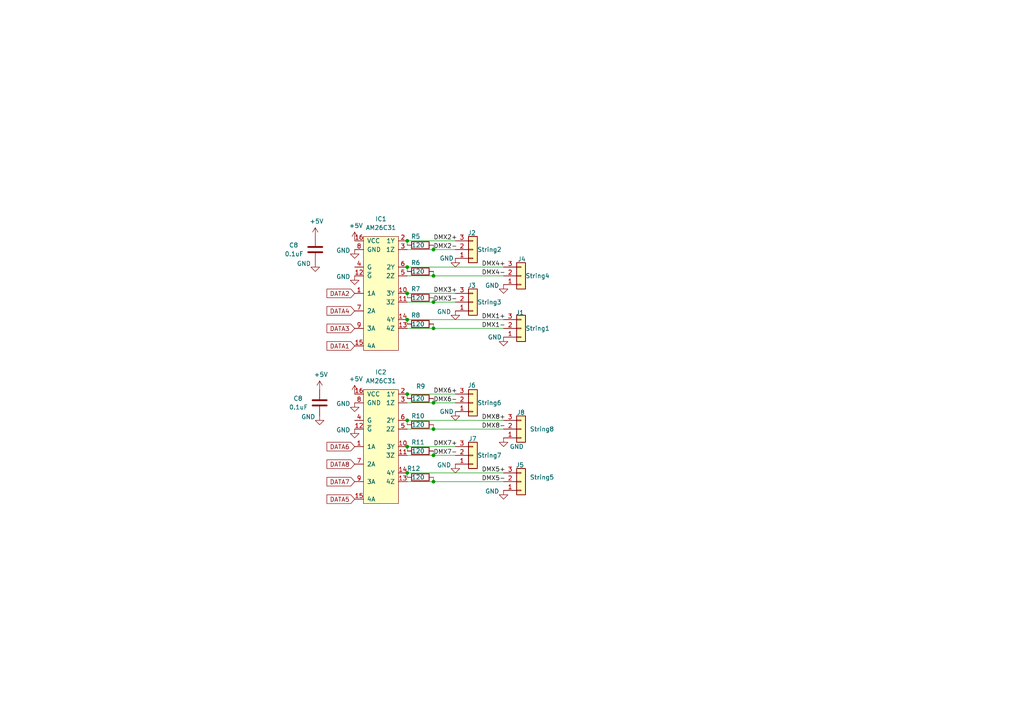
<source format=kicad_sch>
(kicad_sch (version 20230121) (generator eeschema)
  (paper "A4")
  (title_block (title "PB 8 DMX") (date "2023-09-24") (rev "v1") (company "Scott Hanson"))
  (lib_symbols
    (symbol "BBB_16-rescue:R-Device" (pin_numbers hide) (pin_names (offset 0))
      (property "Reference" "R" (at 2.032 0 90))
      (property "Value" "R-Device" (at 0 0 90))
      (symbol "R-Device_0_1"
        (rectangle (start -1.016 -2.54) (end 1.016 2.54) (stroke (width 0.254)))
      )
      (symbol "R-Device_1_1"
        (pin passive line (at 0 3.81 270) (length 1.27) (name "~") (number "1"))
        (pin passive line (at 0 -3.81 90) (length 1.27) (name "~") (number "2"))
      )
    )
    (symbol "Connector_Generic:Conn_01x03" (pin_names (offset 1.016) hide)
      (property "Reference" "J" (at 0 5.08 0))
      (property "Value" "Conn_01x03" (at 0 -5.08 0))
      (symbol "Conn_01x03_1_1"
        (rectangle (start -1.27 -2.413) (end 0 -2.667) (stroke (width 0.1524)))
        (rectangle (start -1.27 0.127) (end 0 -0.127) (stroke (width 0.1524)))
        (rectangle (start -1.27 2.667) (end 0 2.413) (stroke (width 0.1524)))
        (rectangle (start -1.27 3.81) (end 1.27 -3.81) (stroke (width 0.254)) (fill (type background)))
        (pin passive line (at -5.08 2.54 0) (length 3.81) (name "Pin_1") (number "1"))
        (pin passive line (at -5.08 0 0) (length 3.81) (name "Pin_2") (number "2"))
        (pin passive line (at -5.08 -2.54 0) (length 3.81) (name "Pin_3") (number "3"))
      )
    )
    (symbol "Device:C" (pin_numbers hide) (pin_names (offset 0.254))
      (property "Reference" "C" (at 0.635 2.54 0))
      (property "Value" "C" (at 0.635 -2.54 0))
      (symbol "C_0_1"
        (polyline (pts (xy -2.032 -0.762) (xy 2.032 -0.762)) (stroke (width 0.508)))
        (polyline (pts (xy -2.032 0.762) (xy 2.032 0.762)) (stroke (width 0.508)))
      )
      (symbol "C_1_1"
        (pin passive line (at 0 3.81 270) (length 2.794) (name "~") (number "1"))
        (pin passive line (at 0 -3.81 90) (length 2.794) (name "~") (number "2"))
      )
    )
    (symbol "Scotts:AM26C31" (pin_names (offset 1.016))
      (property "Reference" "IC" (at -5.08 17.78 0))
      (property "Value" "AM26C31" (at -5.08 -17.78 0))
      (symbol "AM26C31_0_0"
        (pin input line (at -7.62 0 0) (length 2.54) (name "1A") (number "1"))
        (pin output line (at 7.62 0 180) (length 2.54) (name "3Y") (number "10"))
        (pin output line (at 7.62 -2.54 180) (length 2.54) (name "3Z") (number "11"))
        (pin input line (at -7.62 5.08 0) (length 2.54) (name "~{G}") (number "12"))
        (pin output line (at 7.62 -10.16 180) (length 2.54) (name "4Z") (number "13"))
        (pin output line (at 7.62 -7.62 180) (length 2.54) (name "4Y") (number "14"))
        (pin input line (at -7.62 -15.24 0) (length 2.54) (name "4A") (number "15"))
        (pin power_in line (at -7.62 15.24 0) (length 2.54) (name "VCC") (number "16"))
        (pin output line (at 7.62 15.24 180) (length 2.54) (name "1Y") (number "2"))
        (pin output line (at 7.62 12.7 180) (length 2.54) (name "1Z") (number "3"))
        (pin input line (at -7.62 7.62 0) (length 2.54) (name "G") (number "4"))
        (pin output line (at 7.62 5.08 180) (length 2.54) (name "2Z") (number "5"))
        (pin output line (at 7.62 7.62 180) (length 2.54) (name "2Y") (number "6"))
        (pin input line (at -7.62 -5.08 0) (length 2.54) (name "2A") (number "7"))
        (pin power_in line (at -7.62 12.7 0) (length 2.54) (name "GND") (number "8"))
        (pin input line (at -7.62 -10.16 0) (length 2.54) (name "3A") (number "9"))
      )
      (symbol "AM26C31_0_1"
        (rectangle (start -5.08 16.51) (end 5.08 -16.51) (fill (type background)))
      )
    )
    (symbol "power:+5V" (power) (pin_names (offset 0))
      (property "Value" "+5V" (at 0 3.556 0))
      (symbol "+5V_0_1"
        (polyline (pts (xy -0.762 1.27) (xy 0 2.54)))
        (polyline (pts (xy 0 0) (xy 0 2.54)))
        (polyline (pts (xy 0 2.54) (xy 0.762 1.27)))
      )
      (symbol "+5V_1_1"
        (pin power_in line (at 0 0 90) (length 0) hide (name "+5V") (number "1"))
      )
    )
    (symbol "power:GND" (power) (pin_names (offset 0))
      (property "Value" "GND" (at 0 -3.81 0))
      (symbol "GND_0_1"
        (polyline (pts (xy 0 0) (xy 0 -1.27) (xy 1.27 -1.27) (xy 0 -2.54) (xy -1.27 -1.27) (xy 0 -1.27)))
      )
      (symbol "GND_1_1"
        (pin power_in line (at 0 0 270) (length 0) hide (name "GND") (number "1"))
      )
    )
  )
  (junction (at 125.73 124.46))
  (junction (at 118.11 92.71))
  (junction (at 118.11 121.92))
  (junction (at 125.73 139.7))
  (junction (at 125.73 72.39))
  (junction (at 118.11 85.09))
  (junction (at 125.73 116.84))
  (junction (at 118.11 137.16))
  (junction (at 118.11 77.47))
  (junction (at 125.73 87.63))
  (junction (at 125.73 132.08))
  (junction (at 118.11 114.3))
  (junction (at 125.73 95.25))
  (junction (at 118.11 129.54))
  (junction (at 125.73 80.01))
  (junction (at 118.11 69.85))
  (wire (pts (xy 118.11 137.16) (xy 118.11 138.43)))
  (wire (pts (xy 125.73 78.74) (xy 125.73 80.01)))
  (wire (pts (xy 125.73 72.39) (xy 132.08 72.39)))
  (wire (pts (xy 125.73 132.08) (xy 132.08 132.08)))
  (wire (pts (xy 118.11 137.16) (xy 146.05 137.16)))
  (wire (pts (xy 125.73 139.7) (xy 146.05 139.7)))
  (wire (pts (xy 118.11 129.54) (xy 132.08 129.54)))
  (wire (pts (xy 125.73 123.19) (xy 125.73 124.46)))
  (wire (pts (xy 118.11 85.09) (xy 118.11 86.36)))
  (wire (pts (xy 118.11 72.39) (xy 125.73 72.39)))
  (wire (pts (xy 125.73 87.63) (xy 132.08 87.63)))
  (wire (pts (xy 118.11 129.54) (xy 118.11 130.81)))
  (wire (pts (xy 118.11 69.85) (xy 118.11 71.12)))
  (wire (pts (xy 125.73 116.84) (xy 132.08 116.84)))
  (wire (pts (xy 118.11 114.3) (xy 118.11 115.57)))
  (wire (pts (xy 118.11 77.47) (xy 146.05 77.47)))
  (wire (pts (xy 118.11 124.46) (xy 125.73 124.46)))
  (wire (pts (xy 118.11 95.25) (xy 125.73 95.25)))
  (wire (pts (xy 118.11 114.3) (xy 132.08 114.3)))
  (wire (pts (xy 118.11 85.09) (xy 132.08 85.09)))
  (wire (pts (xy 118.11 132.08) (xy 125.73 132.08)))
  (wire (pts (xy 125.73 93.98) (xy 125.73 95.25)))
  (wire (pts (xy 125.73 95.25) (xy 146.05 95.25)))
  (wire (pts (xy 118.11 69.85) (xy 132.08 69.85)))
  (wire (pts (xy 118.11 77.47) (xy 118.11 78.74)))
  (wire (pts (xy 125.73 71.12) (xy 125.73 72.39)))
  (wire (pts (xy 118.11 121.92) (xy 118.11 123.19)))
  (wire (pts (xy 118.11 80.01) (xy 125.73 80.01)))
  (wire (pts (xy 118.11 92.71) (xy 118.11 93.98)))
  (wire (pts (xy 125.73 138.43) (xy 125.73 139.7)))
  (wire (pts (xy 125.73 80.01) (xy 146.05 80.01)))
  (wire (pts (xy 118.11 121.92) (xy 146.05 121.92)))
  (wire (pts (xy 118.11 87.63) (xy 125.73 87.63)))
  (wire (pts (xy 118.11 92.71) (xy 146.05 92.71)))
  (wire (pts (xy 118.11 116.84) (xy 125.73 116.84)))
  (wire (pts (xy 125.73 130.81) (xy 125.73 132.08)))
  (wire (pts (xy 125.73 124.46) (xy 146.05 124.46)))
  (wire (pts (xy 118.11 139.7) (xy 125.73 139.7)))
  (wire (pts (xy 125.73 86.36) (xy 125.73 87.63)))
  (wire (pts (xy 125.73 115.57) (xy 125.73 116.84)))
  (label "DMX5-" (at 139.7 139.7 0))
  (label "DMX3+" (at 125.73 85.09 0))
  (label "DMX1-" (at 139.7 95.25 0))
  (label "DMX6+" (at 125.73 114.3 0))
  (label "DMX2-" (at 125.73 72.39 0))
  (label "DMX7+" (at 125.73 129.54 0))
  (label "DMX8-" (at 139.7 124.46 0))
  (label "DMX3-" (at 125.73 87.63 0))
  (label "DMX1+" (at 139.7 92.71 0))
  (label "DMX4+" (at 139.7 77.47 0))
  (label "DMX6-" (at 125.73 116.84 0))
  (label "DMX4-" (at 139.7 80.01 0))
  (label "DMX5+" (at 139.7 137.16 0))
  (label "DMX2+" (at 125.73 69.85 0))
  (label "DMX8+" (at 139.7 121.92 0))
  (label "DMX7-" (at 125.73 132.08 0))
  (global_label "DATA6" (shape input) (at 102.87 129.54 180) (property "Intersheetrefs" "${INTERSHEET_REFS}" (effects hide)))
  (global_label "DATA3" (shape input) (at 102.87 95.25 180) (property "Intersheetrefs" "${INTERSHEET_REFS}" (effects hide)))
  (global_label "DATA5" (shape input) (at 102.87 144.78 180) (property "Intersheetrefs" "${INTERSHEET_REFS}" (effects hide)))
  (global_label "DATA4" (shape input) (at 102.87 90.17 180) (property "Intersheetrefs" "${INTERSHEET_REFS}" (effects hide)))
  (global_label "DATA7" (shape input) (at 102.87 139.7 180) (property "Intersheetrefs" "${INTERSHEET_REFS}" (effects hide)))
  (global_label "DATA2" (shape input) (at 102.87 85.09 180) (property "Intersheetrefs" "${INTERSHEET_REFS}" (effects hide)))
  (global_label "DATA1" (shape input) (at 102.87 100.33 180) (property "Intersheetrefs" "${INTERSHEET_REFS}" (effects hide)))
  (global_label "DATA8" (shape input) (at 102.87 134.62 180) (property "Intersheetrefs" "${INTERSHEET_REFS}" (effects hide)))
  (symbol (lib_id "Connector_Generic:Conn_01x03") (at 151.13 95.25 0) (mirror x) (unit 1)
    (property "Reference" "J1" (at 149.606 90.678 0) (effects (justify left)))
    (property "Value" "String1" (at 152.4 95.25 0) (effects (justify left)))
    (property "Footprint" "Connector_Phoenix_MC:PhoenixContact_MCV_1,5_3-G-3.5_1x03_P3.50mm_Vertical" (effects hide))
    (property "Digi-Key_PN" "277-5737-ND/ED10555-ND" (effects hide))
    (property "MPN" "1843619/OSTTJ0311530" (effects hide))
  )
  (symbol (lib_id "Connector_Generic:Conn_01x03") (at 137.16 72.39 0) (mirror x) (unit 1)
    (property "Reference" "J2" (at 135.636 67.564 0) (effects (justify left)))
    (property "Value" "String2" (at 138.43 72.39 0) (effects (justify left)))
    (property "Footprint" "Connector_Phoenix_MC:PhoenixContact_MCV_1,5_3-G-3.5_1x03_P3.50mm_Vertical" (effects hide))
    (property "Digi-Key_PN" "277-5737-ND/ED10555-ND" (effects hide))
    (property "MPN" "1843619/OSTTJ0311530" (effects hide))
  )
  (symbol (lib_id "Connector_Generic:Conn_01x03") (at 137.16 87.63 0) (mirror x) (unit 1)
    (property "Reference" "J3" (at 135.636 82.804 0) (effects (justify left)))
    (property "Value" "String3" (at 138.43 87.63 0) (effects (justify left)))
    (property "Footprint" "Connector_Phoenix_MC:PhoenixContact_MCV_1,5_3-G-3.5_1x03_P3.50mm_Vertical" (effects hide))
    (property "Digi-Key_PN" "277-5737-ND/ED10555-ND" (effects hide))
    (property "MPN" "1843619/OSTTJ0311530" (effects hide))
  )
  (symbol (lib_id "Connector_Generic:Conn_01x03") (at 151.13 80.01 0) (mirror x) (unit 1)
    (property "Reference" "J4" (at 150.114 75.184 0) (effects (justify left)))
    (property "Value" "String4" (at 152.4 80.01 0) (effects (justify left)))
    (property "Footprint" "Connector_Phoenix_MC:PhoenixContact_MCV_1,5_3-G-3.5_1x03_P3.50mm_Vertical" (effects hide))
    (property "Digi-Key_PN" "277-5737-ND/ED10555-ND" (effects hide))
    (property "MPN" "1843619/OSTTJ0311530" (effects hide))
  )
  (symbol (lib_id "Connector_Generic:Conn_01x03") (at 151.13 139.7 0) (mirror x) (unit 1)
    (property "Reference" "J5" (at 149.606 134.874 0) (effects (justify left)))
    (property "Value" "String5" (at 153.67 138.43 0) (effects (justify left)))
    (property "Footprint" "Connector_Phoenix_MC:PhoenixContact_MCV_1,5_3-G-3.5_1x03_P3.50mm_Vertical" (effects hide))
    (property "Digi-Key_PN" "277-5737-ND/ED10555-ND" (effects hide))
    (property "MPN" "1843619/OSTTJ0311530" (effects hide))
  )
  (symbol (lib_id "Connector_Generic:Conn_01x03") (at 137.16 116.84 0) (mirror x) (unit 1)
    (property "Reference" "J6" (at 135.636 111.76 0) (effects (justify left)))
    (property "Value" "String6" (at 138.43 116.84 0) (effects (justify left)))
    (property "Footprint" "Connector_Phoenix_MC:PhoenixContact_MCV_1,5_3-G-3.5_1x03_P3.50mm_Vertical" (effects hide))
    (property "Digi-Key_PN" "277-5737-ND/ED10555-ND" (effects hide))
    (property "MPN" "1843619/OSTTJ0311530" (effects hide))
  )
  (symbol (lib_id "Connector_Generic:Conn_01x03") (at 137.16 132.08 0) (mirror x) (unit 1)
    (property "Reference" "J7" (at 135.89 127.254 0) (effects (justify left)))
    (property "Value" "String7" (at 138.43 132.08 0) (effects (justify left)))
    (property "Footprint" "Connector_Phoenix_MC:PhoenixContact_MCV_1,5_3-G-3.5_1x03_P3.50mm_Vertical" (effects hide))
    (property "Digi-Key_PN" "277-5737-ND/ED10555-ND" (effects hide))
    (property "MPN" "1843619/OSTTJ0311530" (effects hide))
  )
  (symbol (lib_id "Connector_Generic:Conn_01x03") (at 151.13 124.46 0) (mirror x) (unit 1)
    (property "Reference" "J8" (at 149.86 119.634 0) (effects (justify left)))
    (property "Value" "String8" (at 153.67 124.46 0) (effects (justify left)))
    (property "Footprint" "Connector_Phoenix_MC:PhoenixContact_MCV_1,5_3-G-3.5_1x03_P3.50mm_Vertical" (effects hide))
    (property "Digi-Key_PN" "277-5737-ND/ED10555-ND" (effects hide))
    (property "MPN" "1843619/OSTTJ0311530" (effects hide))
  )
  (symbol (lib_id "power:GND") (at 146.05 127 0) (unit 1)
    (property "Reference" "#PWR056" (effects hide))
    (property "Value" "GND" (at 149.86 129.54 0))
  )
  (symbol (lib_id "Device:C") (at 91.44 72.39 0) (unit 1)
    (property "Reference" "C8" (at 83.82 71.12 0) (effects (justify left)))
    (property "Value" "0.1uF" (at 82.55 73.66 0) (effects (justify left)))
    (property "Footprint" "Capacitor_THT:C_Rect_L7.0mm_W2.0mm_P5.00mm" (effects hide))
    (property "Digi-Key_PN" "478-7336-1-ND" (effects hide))
    (property "MPN" "SR215C104KARTR1" (effects hide))
    (instances (project "PB_8_DMX" (path "" (reference "C8") (unit 1)) (path "" (reference "C6") (unit 1))))
  )
  (symbol (lib_id "power:GND") (at 102.87 116.84 0) (unit 1)
    (property "Reference" "#PWR056" (effects hide))
    (property "Value" "GND" (at 99.568 117.094 0))
    (instances (project "PB_8_DMX" (path "" (reference "#PWR056") (unit 1)) (path "" (reference "#PWR048") (unit 1))))
  )
  (symbol (lib_id "power:GND") (at 102.87 72.39 0) (unit 1)
    (property "Reference" "#PWR056" (effects hide))
    (property "Value" "GND" (at 99.568 72.644 0))
    (instances (project "PB_8_DMX" (path "" (reference "#PWR056") (unit 1)) (path "" (reference "#PWR045") (unit 1))))
  )
  (symbol (lib_id "power:GND") (at 132.08 74.93 0) (unit 1)
    (property "Reference" "#PWR056" (effects hide))
    (property "Value" "GND" (at 129.54 74.93 0))
    (instances (project "PB_8_DMX" (path "" (reference "#PWR056") (unit 1)) (path "" (reference "#PWR050") (unit 1))))
  )
  (symbol (lib_id "power:GND") (at 146.05 82.55 0) (unit 1)
    (property "Reference" "#PWR056" (effects hide))
    (property "Value" "GND" (at 142.748 82.804 0))
    (instances (project "PB_8_DMX" (path "" (reference "#PWR056") (unit 1)) (path "" (reference "#PWR054") (unit 1))))
  )
  (symbol (lib_id "power:GND") (at 146.05 142.24 0) (unit 1)
    (property "Reference" "#PWR056" (effects hide))
    (property "Value" "GND" (at 142.748 142.494 0))
    (instances (project "PB_8_DMX" (path "" (reference "#PWR056") (unit 1)) (path "" (reference "#PWR057") (unit 1))))
  )
  (symbol (lib_id "BBB_16-rescue:R-Device") (at 121.92 130.81 90) (unit 1)
    (property "Reference" "R11" (at 123.19 128.27 90) (effects (justify left)))
    (property "Value" "120" (at 123.19 130.81 90) (effects (justify left)))
    (property "Footprint" "Resistor_THT:R_Axial_DIN0207_L6.3mm_D2.5mm_P7.62mm_Horizontal" (effects hide))
    (property "Digi-Key_PN" "CF14JT120RCT-ND" (effects hide))
    (property "MPN" "CF14JT120R" (effects hide))
    (instances (project "PB_8_DMX" (path "" (reference "R11") (unit 1))) (project "BBB_16" (path "" (reference "R2") (unit 1))))
  )
  (symbol (lib_id "BBB_16-rescue:R-Device") (at 121.92 115.57 90) (unit 1)
    (property "Reference" "R9" (at 123.3665 112.0565 90) (effects (justify left)))
    (property "Value" "120" (at 123.19 115.57 90) (effects (justify left)))
    (property "Footprint" "Resistor_THT:R_Axial_DIN0207_L6.3mm_D2.5mm_P7.62mm_Horizontal" (effects hide))
    (property "Digi-Key_PN" "CF14JT120RCT-ND" (effects hide))
    (property "MPN" "CF14JT120R" (effects hide))
    (instances (project "PB_8_DMX" (path "" (reference "R9") (unit 1))) (project "BBB_16" (path "" (reference "R2") (unit 1))))
  )
  (symbol (lib_id "power:GND") (at 132.08 119.38 0) (unit 1)
    (property "Reference" "#PWR056" (effects hide))
    (property "Value" "GND" (at 129.54 119.38 0))
    (instances (project "PB_8_DMX" (path "" (reference "#PWR056") (unit 1)) (path "" (reference "#PWR052") (unit 1))))
  )
  (symbol (lib_id "power:GND") (at 132.08 134.62 0) (unit 1)
    (property "Reference" "#PWR056" (effects hide))
    (property "Value" "GND" (at 128.778 134.874 0))
    (instances (project "PB_8_DMX" (path "" (reference "#PWR056") (unit 1)) (path "" (reference "#PWR053") (unit 1))))
  )
  (symbol (lib_id "power:GND") (at 102.87 80.01 0) (unit 1)
    (property "Reference" "#PWR056" (effects hide))
    (property "Value" "GND" (at 99.568 80.264 0))
    (instances (project "PB_8_DMX" (path "" (reference "#PWR056") (unit 1)) (path "" (reference "#PWR046") (unit 1))))
  )
  (symbol (lib_id "power:GND") (at 91.44 76.2 0) (unit 1)
    (property "Reference" "#PWR056" (effects hide))
    (property "Value" "GND" (at 88.138 76.454 0))
    (instances (project "PB_8_DMX" (path "" (reference "#PWR056") (unit 1)) (path "" (reference "#PWR041") (unit 1))))
  )
  (symbol (lib_id "BBB_16-rescue:R-Device") (at 121.92 86.36 90) (unit 1)
    (property "Reference" "R7" (at 121.92 83.82 90) (effects (justify left)))
    (property "Value" "120" (at 123.19 86.36 90) (effects (justify left)))
    (property "Footprint" "Resistor_THT:R_Axial_DIN0207_L6.3mm_D2.5mm_P7.62mm_Horizontal" (effects hide))
    (property "Digi-Key_PN" "CF14JT120RCT-ND" (effects hide))
    (property "MPN" "CF14JT120R" (effects hide))
    (instances (project "PB_8_DMX" (path "" (reference "R7") (unit 1))) (project "BBB_16" (path "" (reference "R2") (unit 1))))
  )
  (symbol (lib_id "power:GND") (at 92.71 120.65 0) (unit 1)
    (property "Reference" "#PWR056" (effects hide))
    (property "Value" "GND" (at 89.408 120.904 0))
    (instances (project "PB_8_DMX" (path "" (reference "#PWR056") (unit 1)) (path "" (reference "#PWR043") (unit 1))))
  )
  (symbol (lib_id "Device:C") (at 92.71 116.84 0) (unit 1)
    (property "Reference" "C8" (at 85.09 115.57 0) (effects (justify left)))
    (property "Value" "0.1uF" (at 83.82 118.11 0) (effects (justify left)))
    (property "Footprint" "Capacitor_THT:C_Rect_L7.0mm_W2.0mm_P5.00mm" (effects hide))
    (property "Digi-Key_PN" "478-7336-1-ND" (effects hide))
    (property "MPN" "SR215C104KARTR1" (effects hide))
    (instances (project "PB_8_DMX" (path "" (reference "C8") (unit 1)) (path "" (reference "C7") (unit 1))))
  )
  (symbol (lib_id "BBB_16-rescue:R-Device") (at 121.92 93.98 90) (unit 1)
    (property "Reference" "R8" (at 121.92 91.44 90) (effects (justify left)))
    (property "Value" "120" (at 123.19 93.98 90) (effects (justify left)))
    (property "Footprint" "Resistor_THT:R_Axial_DIN0207_L6.3mm_D2.5mm_P7.62mm_Horizontal" (effects hide))
    (property "Digi-Key_PN" "CF14JT120RCT-ND" (effects hide))
    (property "MPN" "CF14JT120R" (effects hide))
    (instances (project "PB_8_DMX" (path "" (reference "R8") (unit 1))) (project "BBB_16" (path "" (reference "R2") (unit 1))))
  )
  (symbol (lib_id "power:GND") (at 102.87 124.46 0) (unit 1)
    (property "Reference" "#PWR056" (effects hide))
    (property "Value" "GND" (at 99.568 124.714 0))
    (instances (project "PB_8_DMX" (path "" (reference "#PWR056") (unit 1)) (path "" (reference "#PWR049") (unit 1))))
  )
  (symbol (lib_id "power:GND") (at 132.08 90.17 0) (unit 1)
    (property "Reference" "#PWR056" (effects hide))
    (property "Value" "GND" (at 128.778 90.424 0))
    (instances (project "PB_8_DMX" (path "" (reference "#PWR056") (unit 1)) (path "" (reference "#PWR051") (unit 1))))
  )
  (symbol (lib_id "BBB_16-rescue:R-Device") (at 121.92 123.19 90) (unit 1)
    (property "Reference" "R10" (at 123.19 120.65 90) (effects (justify left)))
    (property "Value" "120" (at 123.19 123.19 90) (effects (justify left)))
    (property "Footprint" "Resistor_THT:R_Axial_DIN0207_L6.3mm_D2.5mm_P7.62mm_Horizontal" (effects hide))
    (property "Digi-Key_PN" "CF14JT120RCT-ND" (effects hide))
    (property "MPN" "CF14JT120R" (effects hide))
    (instances (project "PB_8_DMX" (path "" (reference "R10") (unit 1))) (project "BBB_16" (path "" (reference "R2") (unit 1))))
  )
  (symbol (lib_id "power:+5V") (at 92.71 113.03 0) (unit 1)
    (property "Reference" "#PWR0116" (effects hide))
    (property "Value" "+5V" (at 93.091 108.6358 0))
    (instances (project "PB_8_DMX" (path "" (reference "#PWR0116") (unit 1)) (path "" (reference "#PWR042") (unit 1))))
  )
  (symbol (lib_id "power:GND") (at 146.05 97.79 0) (unit 1)
    (property "Reference" "#PWR056" (effects hide))
    (property "Value" "GND" (at 143.51 97.79 0))
    (instances (project "PB_8_DMX" (path "" (reference "#PWR056") (unit 1)) (path "" (reference "#PWR055") (unit 1))))
  )
  (symbol (lib_id "BBB_16-rescue:R-Device") (at 121.92 71.12 90) (unit 1)
    (property "Reference" "R5" (at 121.92 68.58 90) (effects (justify left)))
    (property "Value" "120" (at 123.19 71.12 90) (effects (justify left)))
    (property "Footprint" "Resistor_THT:R_Axial_DIN0207_L6.3mm_D2.5mm_P7.62mm_Horizontal" (effects hide))
    (property "Digi-Key_PN" "CF14JT120RCT-ND" (effects hide))
    (property "MPN" "CF14JT120R" (effects hide))
    (instances (project "PB_8_DMX" (path "" (reference "R5") (unit 1))) (project "BBB_16" (path "" (reference "R2") (unit 1))))
  )
  (symbol (lib_id "BBB_16-rescue:R-Device") (at 121.92 138.43 90) (unit 1)
    (property "Reference" "R12" (at 121.92 135.89 90) (effects (justify left)))
    (property "Value" "120" (at 123.19 138.43 90) (effects (justify left)))
    (property "Footprint" "Resistor_THT:R_Axial_DIN0207_L6.3mm_D2.5mm_P7.62mm_Horizontal" (effects hide))
    (property "Digi-Key_PN" "CF14JT120RCT-ND" (effects hide))
    (property "MPN" "CF14JT120R" (effects hide))
    (instances (project "PB_8_DMX" (path "" (reference "R12") (unit 1))) (project "BBB_16" (path "" (reference "R2") (unit 1))))
  )
  (symbol (lib_id "power:+5V") (at 91.44 68.58 0) (unit 1)
    (property "Reference" "#PWR0116" (effects hide))
    (property "Value" "+5V" (at 91.821 64.1858 0))
    (instances (project "PB_8_DMX" (path "" (reference "#PWR0116") (unit 1)) (path "" (reference "#PWR040") (unit 1))))
  )
  (symbol (lib_id "power:+5V") (at 102.87 114.3 0) (unit 1)
    (property "Reference" "#PWR0116" (effects hide))
    (property "Value" "+5V" (at 103.251 109.9058 0))
    (instances (project "PB_8_DMX" (path "" (reference "#PWR0116") (unit 1)) (path "" (reference "#PWR047") (unit 1))))
  )
  (symbol (lib_id "Scotts:AM26C31") (at 110.49 85.09 0) (unit 1)
    (property "Reference" "IC1" (at 110.49 63.5 0))
    (property "Value" "AM26C31" (at 110.49 66.04 0))
    (property "Footprint" "Package_DIP:DIP-16_W7.62mm" (effects hide))
    (property "Datasheet" "http://www.ti.com.cn/cn/lit/ds/symlink/am26c31.pdf" (effects hide))
    (property "Farnell" "4975637" (effects hide))
    (property "Digi-Key_PN" "296-6785-5-ND" (effects hide))
    (property "MPN" "4975637" (effects hide))
  )
  (symbol (lib_id "BBB_16-rescue:R-Device") (at 121.92 78.74 90) (unit 1)
    (property "Reference" "R6" (at 121.92 76.2 90) (effects (justify left)))
    (property "Value" "120" (at 123.19 78.74 90) (effects (justify left)))
    (property "Footprint" "Resistor_THT:R_Axial_DIN0207_L6.3mm_D2.5mm_P7.62mm_Horizontal" (effects hide))
    (property "Digi-Key_PN" "CF14JT120RCT-ND" (effects hide))
    (property "MPN" "CF14JT120R" (effects hide))
    (instances (project "PB_8_DMX" (path "" (reference "R6") (unit 1))) (project "BBB_16" (path "" (reference "R2") (unit 1))))
  )
  (symbol (lib_id "Scotts:AM26C31") (at 110.49 129.54 0) (unit 1)
    (property "Reference" "IC2" (at 110.49 107.95 0))
    (property "Value" "AM26C31" (at 110.49 110.49 0))
    (property "Footprint" "Package_DIP:DIP-16_W7.62mm" (effects hide))
    (property "Datasheet" "http://www.ti.com.cn/cn/lit/ds/symlink/am26c31.pdf" (effects hide))
    (property "Farnell" "4975637" (effects hide))
    (property "Digi-Key_PN" "296-6785-5-ND" (effects hide))
    (property "MPN" "4975637" (effects hide))
  )
  (symbol (lib_id "power:+5V") (at 102.87 69.85 0) (unit 1)
    (property "Reference" "#PWR0116" (effects hide))
    (property "Value" "+5V" (at 103.251 65.4558 0))
    (instances (project "PB_8_DMX" (path "" (reference "#PWR0116") (unit 1)) (path "" (reference "#PWR044") (unit 1))))
  )
)
</source>
